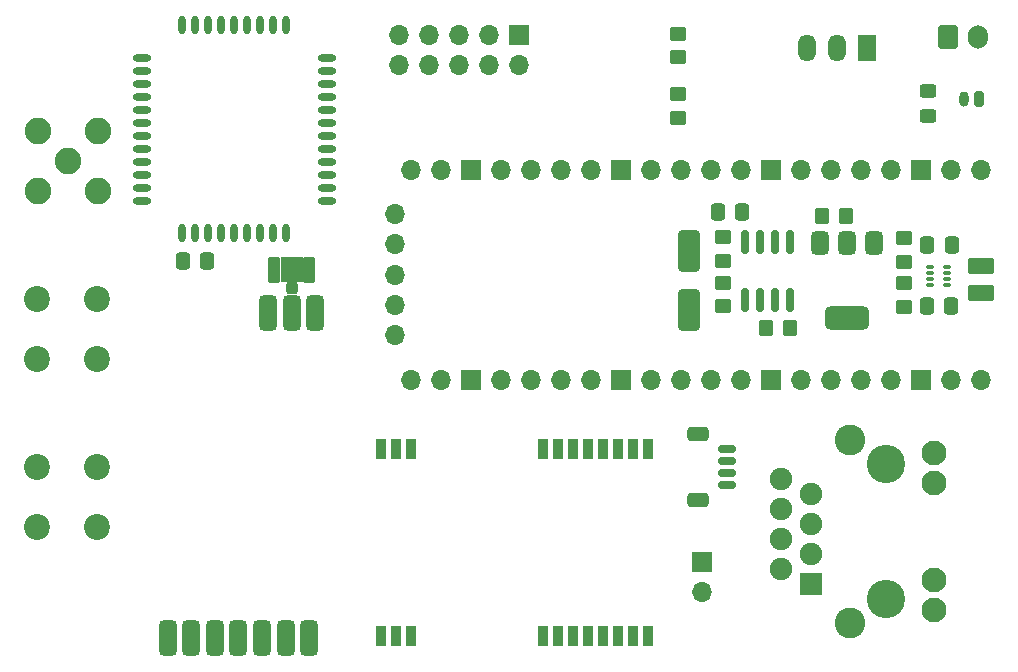
<source format=gbr>
%TF.GenerationSoftware,KiCad,Pcbnew,8.0.6*%
%TF.CreationDate,2025-01-11T15:36:53-06:00*%
%TF.ProjectId,babelfox,62616265-6c66-46f7-982e-6b696361645f,rev?*%
%TF.SameCoordinates,Original*%
%TF.FileFunction,Soldermask,Top*%
%TF.FilePolarity,Negative*%
%FSLAX46Y46*%
G04 Gerber Fmt 4.6, Leading zero omitted, Abs format (unit mm)*
G04 Created by KiCad (PCBNEW 8.0.6) date 2025-01-11 15:36:53*
%MOMM*%
%LPD*%
G01*
G04 APERTURE LIST*
G04 Aperture macros list*
%AMRoundRect*
0 Rectangle with rounded corners*
0 $1 Rounding radius*
0 $2 $3 $4 $5 $6 $7 $8 $9 X,Y pos of 4 corners*
0 Add a 4 corners polygon primitive as box body*
4,1,4,$2,$3,$4,$5,$6,$7,$8,$9,$2,$3,0*
0 Add four circle primitives for the rounded corners*
1,1,$1+$1,$2,$3*
1,1,$1+$1,$4,$5*
1,1,$1+$1,$6,$7*
1,1,$1+$1,$8,$9*
0 Add four rect primitives between the rounded corners*
20,1,$1+$1,$2,$3,$4,$5,0*
20,1,$1+$1,$4,$5,$6,$7,0*
20,1,$1+$1,$6,$7,$8,$9,0*
20,1,$1+$1,$8,$9,$2,$3,0*%
G04 Aperture macros list end*
%ADD10C,0.000000*%
%ADD11O,1.700000X1.700000*%
%ADD12R,1.700000X1.700000*%
%ADD13RoundRect,0.150000X0.625000X-0.150000X0.625000X0.150000X-0.625000X0.150000X-0.625000X-0.150000X0*%
%ADD14RoundRect,0.250000X0.650000X-0.350000X0.650000X0.350000X-0.650000X0.350000X-0.650000X-0.350000X0*%
%ADD15C,3.250000*%
%ADD16R,1.900000X1.900000*%
%ADD17C,1.900000*%
%ADD18C,2.100000*%
%ADD19C,2.600000*%
%ADD20O,1.500000X2.300000*%
%ADD21R,1.500000X2.300000*%
%ADD22RoundRect,0.375000X-0.375000X0.625000X-0.375000X-0.625000X0.375000X-0.625000X0.375000X0.625000X0*%
%ADD23RoundRect,0.500000X-1.400000X0.500000X-1.400000X-0.500000X1.400000X-0.500000X1.400000X0.500000X0*%
%ADD24RoundRect,0.250000X0.337500X0.475000X-0.337500X0.475000X-0.337500X-0.475000X0.337500X-0.475000X0*%
%ADD25RoundRect,0.381000X0.381000X-1.119000X0.381000X1.119000X-0.381000X1.119000X-0.381000X-1.119000X0*%
%ADD26C,2.250000*%
%ADD27RoundRect,0.250000X0.450000X-0.350000X0.450000X0.350000X-0.450000X0.350000X-0.450000X-0.350000X0*%
%ADD28O,1.600000X0.600000*%
%ADD29O,0.600000X1.600000*%
%ADD30RoundRect,0.250000X-0.650000X1.500000X-0.650000X-1.500000X0.650000X-1.500000X0.650000X1.500000X0*%
%ADD31RoundRect,0.250000X-0.450000X0.350000X-0.450000X-0.350000X0.450000X-0.350000X0.450000X0.350000X0*%
%ADD32RoundRect,0.050000X0.285000X0.100000X-0.285000X0.100000X-0.285000X-0.100000X0.285000X-0.100000X0*%
%ADD33RoundRect,0.050000X-0.410000X0.800000X-0.410000X-0.800000X0.410000X-0.800000X0.410000X0.800000X0*%
%ADD34O,0.800000X1.300000*%
%ADD35RoundRect,0.200000X0.200000X0.450000X-0.200000X0.450000X-0.200000X-0.450000X0.200000X-0.450000X0*%
%ADD36C,2.200000*%
%ADD37RoundRect,0.250000X-0.337500X-0.475000X0.337500X-0.475000X0.337500X0.475000X-0.337500X0.475000X0*%
%ADD38O,1.700000X2.000000*%
%ADD39RoundRect,0.250000X-0.600000X-0.750000X0.600000X-0.750000X0.600000X0.750000X-0.600000X0.750000X0*%
%ADD40RoundRect,0.250000X-0.450000X0.325000X-0.450000X-0.325000X0.450000X-0.325000X0.450000X0.325000X0*%
%ADD41RoundRect,0.250000X0.275000X-0.850000X0.275000X0.850000X-0.275000X0.850000X-0.275000X-0.850000X0*%
%ADD42RoundRect,0.250000X0.250000X-0.275000X0.250000X0.275000X-0.250000X0.275000X-0.250000X-0.275000X0*%
%ADD43RoundRect,0.250000X-0.350000X-0.450000X0.350000X-0.450000X0.350000X0.450000X-0.350000X0.450000X0*%
%ADD44RoundRect,0.150000X-0.150000X0.825000X-0.150000X-0.825000X0.150000X-0.825000X0.150000X0.825000X0*%
%ADD45RoundRect,0.250001X-0.849999X0.462499X-0.849999X-0.462499X0.849999X-0.462499X0.849999X0.462499X0*%
G04 APERTURE END LIST*
D10*
%TO.C,J9*%
G36*
X126771599Y-99755800D02*
G01*
X124891601Y-99755800D01*
X124891600Y-97665800D01*
X126771600Y-97665800D01*
X126771599Y-99755800D01*
G37*
%TD*%
D11*
%TO.C,J10*%
X160553000Y-126004000D03*
D12*
X160553000Y-123464000D03*
%TD*%
%TO.C,J3*%
X145034000Y-78862000D03*
D11*
X145034000Y-81402000D03*
X142494000Y-78862000D03*
X142494000Y-81402000D03*
X139954001Y-78862000D03*
X139954000Y-81402000D03*
X137414000Y-78862000D03*
X137414000Y-81402000D03*
X134874000Y-78862000D03*
X134874000Y-81402000D03*
%TD*%
D13*
%TO.C,J4*%
X162712400Y-116944400D03*
X162712400Y-115944400D03*
X162712400Y-114944400D03*
X162712400Y-113944400D03*
D14*
X160187400Y-118244400D03*
X160187400Y-112644400D03*
%TD*%
D15*
%TO.C,J5*%
X176151000Y-126640001D03*
X176151000Y-115210000D03*
D16*
X169801000Y-125370000D03*
D17*
X167261000Y-124100000D03*
X169801000Y-122830000D03*
X167261000Y-121560000D03*
X169801000Y-120290001D03*
X167261000Y-119020000D03*
X169801000Y-117750000D03*
X167261000Y-116480000D03*
D18*
X180211000Y-127550000D03*
X180211000Y-125010000D03*
X180211000Y-116840000D03*
X180211001Y-114300000D03*
D19*
X173101000Y-128670000D03*
X173101000Y-113180000D03*
%TD*%
D20*
%TO.C,U10*%
X169418000Y-80010000D03*
X171957999Y-80010000D03*
D21*
X174497999Y-80010000D03*
%TD*%
D22*
%TO.C,Q1*%
X175121600Y-96519201D03*
X172821600Y-96519202D03*
X170521600Y-96519201D03*
D23*
X172821600Y-102819200D03*
%TD*%
D24*
%TO.C,C1*%
X179581900Y-101787901D03*
X181656900Y-101787901D03*
%TD*%
D25*
%TO.C,U5*%
X127812001Y-102455000D03*
X125812000Y-102455000D03*
X123812000Y-102454999D03*
X127312000Y-129955000D03*
X125312000Y-129955000D03*
X123312001Y-129955000D03*
X121312000Y-129955000D03*
X119312000Y-129954999D03*
X117312000Y-129955000D03*
X115311999Y-129955000D03*
%TD*%
D26*
%TO.C,J8*%
X109423200Y-86969600D03*
X104343200Y-86969600D03*
X109423200Y-92049600D03*
X104343200Y-92049600D03*
X106883200Y-89509600D03*
%TD*%
D27*
%TO.C,R2*%
X177673000Y-96094800D03*
X177673000Y-98094800D03*
%TD*%
D28*
%TO.C,U3*%
X128824400Y-92906400D03*
X128824400Y-91806400D03*
X128824400Y-90706400D03*
X128824400Y-89606400D03*
X128824400Y-88506400D03*
X128824400Y-87406400D03*
X128824400Y-86306400D03*
X128824400Y-85206400D03*
X128824400Y-84106400D03*
X128824400Y-83006400D03*
X128824400Y-81906400D03*
X128824400Y-80806400D03*
D29*
X125374400Y-78056400D03*
X124274400Y-78056400D03*
X123174400Y-78056400D03*
X122074400Y-78056400D03*
X120974400Y-78056400D03*
X119874400Y-78056400D03*
X118774400Y-78056400D03*
X117674400Y-78056400D03*
X116574400Y-78056400D03*
D28*
X113124400Y-80806400D03*
X113124400Y-81906400D03*
X113124400Y-83006400D03*
X113124400Y-84106400D03*
X113124400Y-85206400D03*
X113124400Y-86306400D03*
X113124400Y-87406400D03*
X113124400Y-88506400D03*
X113124400Y-89606400D03*
X113124400Y-90706400D03*
X113124400Y-91806400D03*
X113124400Y-92906400D03*
D29*
X116574400Y-95656400D03*
X117674400Y-95656400D03*
X118774400Y-95656400D03*
X119874400Y-95656400D03*
X120974400Y-95656400D03*
X122074400Y-95656400D03*
X123174400Y-95656400D03*
X124274400Y-95656400D03*
X125374400Y-95656400D03*
%TD*%
D30*
%TO.C,D2*%
X159465851Y-102132551D03*
X159465851Y-97132551D03*
%TD*%
D31*
%TO.C,R9*%
X158496000Y-80772000D03*
X158496000Y-78772000D03*
%TD*%
D24*
%TO.C,C7*%
X161903500Y-93887401D03*
X163978500Y-93887401D03*
%TD*%
D32*
%TO.C,U1*%
X179857401Y-100042601D03*
X179857401Y-99542601D03*
X179857401Y-99042601D03*
X179857401Y-98542601D03*
X181337401Y-98542601D03*
X181337401Y-99042601D03*
X181337401Y-99542601D03*
X181337401Y-100042601D03*
%TD*%
D24*
%TO.C,C8*%
X179632700Y-96646301D03*
X181707700Y-96646301D03*
%TD*%
D33*
%TO.C,U4*%
X155956000Y-113943200D03*
X154686000Y-113943200D03*
X153416000Y-113943200D03*
X152146000Y-113943200D03*
X150876000Y-113943200D03*
X149606000Y-113943200D03*
X148336000Y-113943200D03*
X147066000Y-113943200D03*
X135896000Y-113943200D03*
X134626000Y-113943200D03*
X133356000Y-113943200D03*
X133356000Y-129743200D03*
X134626000Y-129743200D03*
X135896000Y-129743200D03*
X147066000Y-129743200D03*
X148336000Y-129743200D03*
X149606000Y-129743200D03*
X150876000Y-129743200D03*
X152146000Y-129743200D03*
X153416000Y-129743200D03*
X154686000Y-129743200D03*
X155956000Y-129743200D03*
%TD*%
D34*
%TO.C,J2*%
X182778400Y-84277200D03*
D35*
X184028399Y-84277200D03*
%TD*%
D36*
%TO.C,J7*%
X104282400Y-120558400D03*
X109382400Y-120558400D03*
X104282400Y-115458400D03*
X109382400Y-115458400D03*
%TD*%
D37*
%TO.C,C4*%
X118690300Y-97993200D03*
X116615300Y-97993200D03*
%TD*%
D38*
%TO.C,J1*%
X183926800Y-79049600D03*
D39*
X181426800Y-79049600D03*
%TD*%
D40*
%TO.C,D3*%
X179679600Y-85699199D03*
X179679600Y-83649201D03*
%TD*%
D31*
%TO.C,R5*%
X162306001Y-101837600D03*
X162306001Y-99837600D03*
%TD*%
D41*
%TO.C,J9*%
X127306600Y-98765800D03*
X124356600Y-98765800D03*
D42*
X125831600Y-100290800D03*
%TD*%
D43*
%TO.C,R6*%
X168019051Y-103696551D03*
X166019051Y-103696551D03*
%TD*%
D31*
%TO.C,R4*%
X162331400Y-97986201D03*
X162331400Y-95986201D03*
%TD*%
D44*
%TO.C,U9*%
X168046400Y-101356802D03*
X166776400Y-101356802D03*
X165506400Y-101356802D03*
X164236400Y-101356802D03*
X164236400Y-96406802D03*
X165506400Y-96406802D03*
X166776400Y-96406802D03*
X168046400Y-96406802D03*
%TD*%
D36*
%TO.C,J6*%
X104282400Y-106309000D03*
X109382400Y-106309000D03*
X104282400Y-101209000D03*
X109382400Y-101209000D03*
%TD*%
D43*
%TO.C,R3*%
X172729400Y-94192201D03*
X170729400Y-94192201D03*
%TD*%
D45*
%TO.C,L1*%
X184175400Y-100721101D03*
X184175400Y-98396099D03*
%TD*%
D31*
%TO.C,R8*%
X158496000Y-85886800D03*
X158496000Y-83886800D03*
%TD*%
D27*
%TO.C,R1*%
X177673000Y-99904800D03*
X177673000Y-101904800D03*
%TD*%
D11*
%TO.C,U2*%
X184200800Y-108077000D03*
X181660800Y-108077000D03*
D12*
X179120800Y-108077000D03*
D11*
X176580800Y-108077000D03*
X174040800Y-108077000D03*
X171500800Y-108077000D03*
X168960800Y-108077000D03*
D12*
X166420800Y-108077000D03*
D11*
X163880800Y-108077000D03*
X161340800Y-108077000D03*
X158800800Y-108077000D03*
X156260800Y-108077000D03*
D12*
X153720800Y-108077000D03*
D11*
X151180800Y-108077000D03*
X148640800Y-108077000D03*
X146100800Y-108077000D03*
X143560800Y-108077000D03*
D12*
X141020800Y-108077000D03*
D11*
X138480800Y-108077000D03*
X135940800Y-108077000D03*
X135940800Y-90297000D03*
X138480800Y-90297000D03*
D12*
X141020800Y-90297000D03*
D11*
X143560800Y-90297000D03*
X146100800Y-90297000D03*
X148640800Y-90297000D03*
X151180800Y-90297000D03*
D12*
X153720800Y-90297000D03*
D11*
X156260800Y-90297000D03*
X158800800Y-90297000D03*
X161340800Y-90297000D03*
X163880800Y-90297000D03*
D12*
X166420800Y-90297000D03*
D11*
X168960800Y-90297000D03*
X171500800Y-90297000D03*
X174040800Y-90297000D03*
X176580800Y-90297000D03*
D12*
X179120800Y-90297000D03*
D11*
X181660800Y-90297000D03*
X184200800Y-90297000D03*
X134570800Y-104287001D03*
X134570800Y-101737000D03*
X134570800Y-99187000D03*
X134570800Y-96586999D03*
X134570800Y-94037000D03*
%TD*%
M02*

</source>
